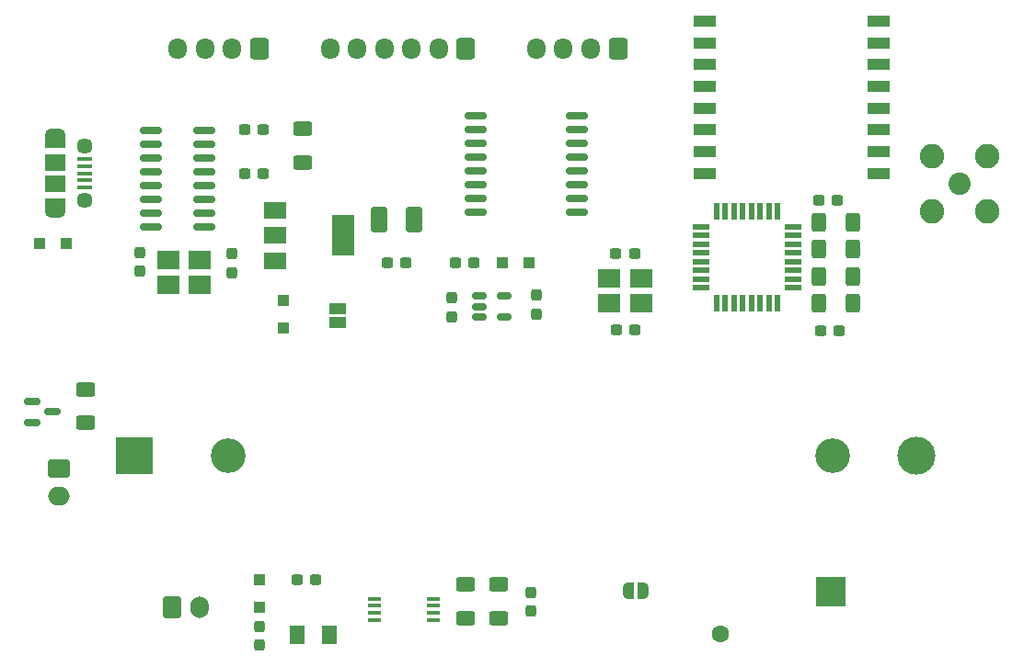
<source format=gbr>
%TF.GenerationSoftware,KiCad,Pcbnew,(6.0.5)*%
%TF.CreationDate,2022-08-16T14:45:35+02:00*%
%TF.ProjectId,ATMega328-LoRa-Sol-ADIO,41544d65-6761-4333-9238-2d4c6f52612d,rev?*%
%TF.SameCoordinates,Original*%
%TF.FileFunction,Soldermask,Top*%
%TF.FilePolarity,Negative*%
%FSLAX46Y46*%
G04 Gerber Fmt 4.6, Leading zero omitted, Abs format (unit mm)*
G04 Created by KiCad (PCBNEW (6.0.5)) date 2022-08-16 14:45:35*
%MOMM*%
%LPD*%
G01*
G04 APERTURE LIST*
G04 Aperture macros list*
%AMRoundRect*
0 Rectangle with rounded corners*
0 $1 Rounding radius*
0 $2 $3 $4 $5 $6 $7 $8 $9 X,Y pos of 4 corners*
0 Add a 4 corners polygon primitive as box body*
4,1,4,$2,$3,$4,$5,$6,$7,$8,$9,$2,$3,0*
0 Add four circle primitives for the rounded corners*
1,1,$1+$1,$2,$3*
1,1,$1+$1,$4,$5*
1,1,$1+$1,$6,$7*
1,1,$1+$1,$8,$9*
0 Add four rect primitives between the rounded corners*
20,1,$1+$1,$2,$3,$4,$5,0*
20,1,$1+$1,$4,$5,$6,$7,0*
20,1,$1+$1,$6,$7,$8,$9,0*
20,1,$1+$1,$8,$9,$2,$3,0*%
%AMFreePoly0*
4,1,22,0.500000,-0.750000,0.000000,-0.750000,0.000000,-0.745033,-0.079941,-0.743568,-0.215256,-0.701293,-0.333266,-0.622738,-0.424486,-0.514219,-0.481581,-0.384460,-0.499164,-0.250000,-0.500000,-0.250000,-0.500000,0.250000,-0.499164,0.250000,-0.499963,0.256109,-0.478152,0.396186,-0.417904,0.524511,-0.324060,0.630769,-0.204165,0.706417,-0.067858,0.745374,0.000000,0.744959,0.000000,0.750000,
0.500000,0.750000,0.500000,-0.750000,0.500000,-0.750000,$1*%
%AMFreePoly1*
4,1,20,0.000000,0.744959,0.073905,0.744508,0.209726,0.703889,0.328688,0.626782,0.421226,0.519385,0.479903,0.390333,0.500000,0.250000,0.500000,-0.250000,0.499851,-0.262216,0.476331,-0.402017,0.414519,-0.529596,0.319384,-0.634700,0.198574,-0.708877,0.061801,-0.746166,0.000000,-0.745033,0.000000,-0.750000,-0.500000,-0.750000,-0.500000,0.750000,0.000000,0.750000,0.000000,0.744959,
0.000000,0.744959,$1*%
G04 Aperture macros list end*
%ADD10RoundRect,0.150000X-0.825000X-0.150000X0.825000X-0.150000X0.825000X0.150000X-0.825000X0.150000X0*%
%ADD11RoundRect,0.250000X0.625000X-0.400000X0.625000X0.400000X-0.625000X0.400000X-0.625000X-0.400000X0*%
%ADD12R,1.000000X1.000000*%
%ADD13RoundRect,0.250000X-0.600000X-0.750000X0.600000X-0.750000X0.600000X0.750000X-0.600000X0.750000X0*%
%ADD14O,1.700000X2.000000*%
%ADD15RoundRect,0.250000X0.600000X0.725000X-0.600000X0.725000X-0.600000X-0.725000X0.600000X-0.725000X0*%
%ADD16O,1.700000X1.950000*%
%ADD17RoundRect,0.237500X0.300000X0.237500X-0.300000X0.237500X-0.300000X-0.237500X0.300000X-0.237500X0*%
%ADD18R,2.000000X1.500000*%
%ADD19R,2.000000X3.800000*%
%ADD20RoundRect,0.237500X0.237500X-0.300000X0.237500X0.300000X-0.237500X0.300000X-0.237500X-0.300000X0*%
%ADD21R,1.350000X0.400000*%
%ADD22R,1.900000X1.500000*%
%ADD23O,1.900000X1.200000*%
%ADD24R,1.900000X1.200000*%
%ADD25C,1.450000*%
%ADD26RoundRect,0.150000X-0.587500X-0.150000X0.587500X-0.150000X0.587500X0.150000X-0.587500X0.150000X0*%
%ADD27RoundRect,0.150000X-0.875000X-0.150000X0.875000X-0.150000X0.875000X0.150000X-0.875000X0.150000X0*%
%ADD28RoundRect,0.237500X-0.237500X0.300000X-0.237500X-0.300000X0.237500X-0.300000X0.237500X0.300000X0*%
%ADD29RoundRect,0.150000X-0.512500X-0.150000X0.512500X-0.150000X0.512500X0.150000X-0.512500X0.150000X0*%
%ADD30R,1.600000X0.550000*%
%ADD31R,0.550000X1.600000*%
%ADD32RoundRect,0.250001X-0.499999X-0.924999X0.499999X-0.924999X0.499999X0.924999X-0.499999X0.924999X0*%
%ADD33RoundRect,0.250000X-0.400000X-0.625000X0.400000X-0.625000X0.400000X0.625000X-0.400000X0.625000X0*%
%ADD34RoundRect,0.250000X-0.625000X0.400000X-0.625000X-0.400000X0.625000X-0.400000X0.625000X0.400000X0*%
%ADD35RoundRect,0.250000X0.400000X0.625000X-0.400000X0.625000X-0.400000X-0.625000X0.400000X-0.625000X0*%
%ADD36R,1.500000X1.000000*%
%ADD37RoundRect,0.237500X-0.300000X-0.237500X0.300000X-0.237500X0.300000X0.237500X-0.300000X0.237500X0*%
%ADD38R,1.200000X0.400000*%
%ADD39RoundRect,0.250000X-0.750000X0.600000X-0.750000X-0.600000X0.750000X-0.600000X0.750000X0.600000X0*%
%ADD40O,2.000000X1.700000*%
%ADD41R,2.100000X1.800000*%
%ADD42R,2.000000X1.000000*%
%ADD43FreePoly0,180.000000*%
%ADD44FreePoly1,180.000000*%
%ADD45R,2.700000X2.700000*%
%ADD46C,1.600000*%
%ADD47RoundRect,0.250001X-0.462499X-0.624999X0.462499X-0.624999X0.462499X0.624999X-0.462499X0.624999X0*%
%ADD48C,2.050000*%
%ADD49C,2.250000*%
%ADD50C,3.200000*%
%ADD51R,3.500000X3.500000*%
%ADD52C,3.500000*%
G04 APERTURE END LIST*
D10*
%TO.C,U2*%
X126525000Y-38555000D03*
X126525000Y-39825000D03*
X126525000Y-41095000D03*
X126525000Y-42365000D03*
X126525000Y-43635000D03*
X126525000Y-44905000D03*
X126525000Y-46175000D03*
X126525000Y-47445000D03*
X131475000Y-47445000D03*
X131475000Y-46175000D03*
X131475000Y-44905000D03*
X131475000Y-43635000D03*
X131475000Y-42365000D03*
X131475000Y-41095000D03*
X131475000Y-39825000D03*
X131475000Y-38555000D03*
%TD*%
D11*
%TO.C,R8*%
X158500000Y-83500000D03*
X158500000Y-80400000D03*
%TD*%
D12*
%TO.C,D4*%
X138750000Y-54250000D03*
X138750000Y-56750000D03*
%TD*%
D13*
%TO.C,J4*%
X128500000Y-82500000D03*
D14*
X131000000Y-82500000D03*
%TD*%
D15*
%TO.C,J7*%
X155500000Y-31000000D03*
D16*
X153000000Y-31000000D03*
X150500000Y-31000000D03*
X148000000Y-31000000D03*
X145500000Y-31000000D03*
X143000000Y-31000000D03*
%TD*%
D15*
%TO.C,J5*%
X136500000Y-31000000D03*
D16*
X134000000Y-31000000D03*
X131500000Y-31000000D03*
X129000000Y-31000000D03*
%TD*%
D17*
%TO.C,C6*%
X156250000Y-50725000D03*
X154525000Y-50725000D03*
%TD*%
D18*
%TO.C,U1*%
X137950000Y-45950000D03*
X137950000Y-48250000D03*
D19*
X144250000Y-48250000D03*
D18*
X137950000Y-50550000D03*
%TD*%
D20*
%TO.C,C8*%
X154250000Y-55725000D03*
X154250000Y-54000000D03*
%TD*%
D21*
%TO.C,J1*%
X120462500Y-41200000D03*
X120462500Y-41850000D03*
X120462500Y-42500000D03*
X120462500Y-43150000D03*
X120462500Y-43800000D03*
D22*
X117762500Y-41500000D03*
D23*
X117762500Y-39000000D03*
D24*
X117762500Y-45400000D03*
D22*
X117762500Y-43500000D03*
D24*
X117762500Y-39600000D03*
D25*
X120462500Y-45000000D03*
D23*
X117762500Y-46000000D03*
D25*
X120462500Y-40000000D03*
%TD*%
D26*
%TO.C,Q1*%
X115625000Y-63550000D03*
X115625000Y-65450000D03*
X117500000Y-64500000D03*
%TD*%
D27*
%TO.C,U7*%
X156450000Y-37190000D03*
X156450000Y-38460000D03*
X156450000Y-39730000D03*
X156450000Y-41000000D03*
X156450000Y-42270000D03*
X156450000Y-43540000D03*
X156450000Y-44810000D03*
X156450000Y-46080000D03*
X165750000Y-46080000D03*
X165750000Y-44810000D03*
X165750000Y-43540000D03*
X165750000Y-42270000D03*
X165750000Y-41000000D03*
X165750000Y-39730000D03*
X165750000Y-38460000D03*
X165750000Y-37190000D03*
%TD*%
D28*
%TO.C,C9*%
X162000000Y-53750000D03*
X162000000Y-55475000D03*
%TD*%
D29*
%TO.C,U3*%
X156750000Y-53825000D03*
X156750000Y-54775000D03*
X156750000Y-55725000D03*
X159025000Y-55725000D03*
X159025000Y-53825000D03*
%TD*%
D30*
%TO.C,U6*%
X177150000Y-47450000D03*
X177150000Y-48250000D03*
X177150000Y-49050000D03*
X177150000Y-49850000D03*
X177150000Y-50650000D03*
X177150000Y-51450000D03*
X177150000Y-52250000D03*
X177150000Y-53050000D03*
D31*
X178600000Y-54500000D03*
X179400000Y-54500000D03*
X180200000Y-54500000D03*
X181000000Y-54500000D03*
X181800000Y-54500000D03*
X182600000Y-54500000D03*
X183400000Y-54500000D03*
X184200000Y-54500000D03*
D30*
X185650000Y-53050000D03*
X185650000Y-52250000D03*
X185650000Y-51450000D03*
X185650000Y-50650000D03*
X185650000Y-49850000D03*
X185650000Y-49050000D03*
X185650000Y-48250000D03*
X185650000Y-47450000D03*
D31*
X184200000Y-46000000D03*
X183400000Y-46000000D03*
X182600000Y-46000000D03*
X181800000Y-46000000D03*
X181000000Y-46000000D03*
X180200000Y-46000000D03*
X179400000Y-46000000D03*
X178600000Y-46000000D03*
%TD*%
D11*
%TO.C,R2*%
X140500000Y-41500000D03*
X140500000Y-38400000D03*
%TD*%
D32*
%TO.C,C5*%
X147500000Y-46750000D03*
X150750000Y-46750000D03*
%TD*%
D17*
%TO.C,C15*%
X171042500Y-49930000D03*
X169317500Y-49930000D03*
%TD*%
D28*
%TO.C,C3*%
X134000000Y-49925000D03*
X134000000Y-51650000D03*
%TD*%
D33*
%TO.C,R4*%
X188000000Y-49500000D03*
X191100000Y-49500000D03*
%TD*%
D34*
%TO.C,R7*%
X155500000Y-80400000D03*
X155500000Y-83500000D03*
%TD*%
D15*
%TO.C,J3*%
X169500000Y-31000000D03*
D16*
X167000000Y-31000000D03*
X164500000Y-31000000D03*
X162000000Y-31000000D03*
%TD*%
D11*
%TO.C,R1*%
X120500000Y-65500000D03*
X120500000Y-62400000D03*
%TD*%
D35*
%TO.C,R3*%
X191100000Y-47000000D03*
X188000000Y-47000000D03*
%TD*%
D36*
%TO.C,JP2*%
X143750000Y-56250000D03*
X143750000Y-54950000D03*
%TD*%
D37*
%TO.C,C1*%
X148250000Y-50750000D03*
X149975000Y-50750000D03*
%TD*%
D20*
%TO.C,C11*%
X161500000Y-82862500D03*
X161500000Y-81137500D03*
%TD*%
D12*
%TO.C,D3*%
X136500000Y-82500000D03*
X136500000Y-80000000D03*
%TD*%
D38*
%TO.C,U5*%
X147100000Y-81700000D03*
X147100000Y-82350000D03*
X147100000Y-83000000D03*
X147100000Y-83650000D03*
X152500000Y-83650000D03*
X152500000Y-83000000D03*
X152500000Y-82350000D03*
X152500000Y-81700000D03*
%TD*%
D39*
%TO.C,J2*%
X118025000Y-69750000D03*
D40*
X118025000Y-72250000D03*
%TD*%
D41*
%TO.C,Y2*%
X171630000Y-52190000D03*
X168730000Y-52190000D03*
X168730000Y-54490000D03*
X171630000Y-54490000D03*
%TD*%
D37*
%TO.C,C13*%
X188137500Y-57000000D03*
X189862500Y-57000000D03*
%TD*%
%TO.C,C7*%
X135137500Y-38500000D03*
X136862500Y-38500000D03*
%TD*%
D42*
%TO.C,U4*%
X177500000Y-28500000D03*
X177500000Y-30500000D03*
X177500000Y-32500000D03*
X177500000Y-34500000D03*
X177500000Y-36500000D03*
X177500000Y-38500000D03*
X177500000Y-40500000D03*
X177500000Y-42500000D03*
X193500000Y-42500000D03*
X193500000Y-40500000D03*
X193500000Y-38500000D03*
X193500000Y-36500000D03*
X193500000Y-34500000D03*
X193500000Y-32500000D03*
X193500000Y-30500000D03*
X193500000Y-28500000D03*
%TD*%
D41*
%TO.C,Y1*%
X128111300Y-52800000D03*
X131011300Y-52800000D03*
X131011300Y-50500000D03*
X128111300Y-50500000D03*
%TD*%
D43*
%TO.C,JP1*%
X171800000Y-81000000D03*
D44*
X170500000Y-81000000D03*
%TD*%
D17*
%TO.C,C14*%
X141725000Y-80000000D03*
X140000000Y-80000000D03*
%TD*%
D12*
%TO.C,D2*%
X158862500Y-50775000D03*
X161362500Y-50775000D03*
%TD*%
D37*
%TO.C,C4*%
X135137500Y-42500000D03*
X136862500Y-42500000D03*
%TD*%
D28*
%TO.C,C10*%
X136500000Y-84275000D03*
X136500000Y-86000000D03*
%TD*%
D37*
%TO.C,C12*%
X188000000Y-45000000D03*
X189725000Y-45000000D03*
%TD*%
D45*
%TO.C,BT2*%
X189075000Y-81085000D03*
D46*
X178905000Y-84935000D03*
%TD*%
D47*
%TO.C,L1*%
X140000000Y-85000000D03*
X142975000Y-85000000D03*
%TD*%
D20*
%TO.C,C2*%
X125500000Y-51500000D03*
X125500000Y-49775000D03*
%TD*%
D48*
%TO.C,J6*%
X200960000Y-43460000D03*
D49*
X203500000Y-46000000D03*
X198420000Y-40920000D03*
X198420000Y-46000000D03*
X203500000Y-40920000D03*
%TD*%
D12*
%TO.C,D1*%
X118750000Y-49000000D03*
X116250000Y-49000000D03*
%TD*%
D50*
%TO.C,BT1*%
X189255000Y-68500000D03*
X133645000Y-68500000D03*
D51*
X125000000Y-68500000D03*
D52*
X197000000Y-68500000D03*
%TD*%
D33*
%TO.C,R6*%
X188000000Y-54500000D03*
X191100000Y-54500000D03*
%TD*%
D35*
%TO.C,R5*%
X191100000Y-52000000D03*
X188000000Y-52000000D03*
%TD*%
D37*
%TO.C,C16*%
X169360000Y-56930000D03*
X171085000Y-56930000D03*
%TD*%
M02*

</source>
